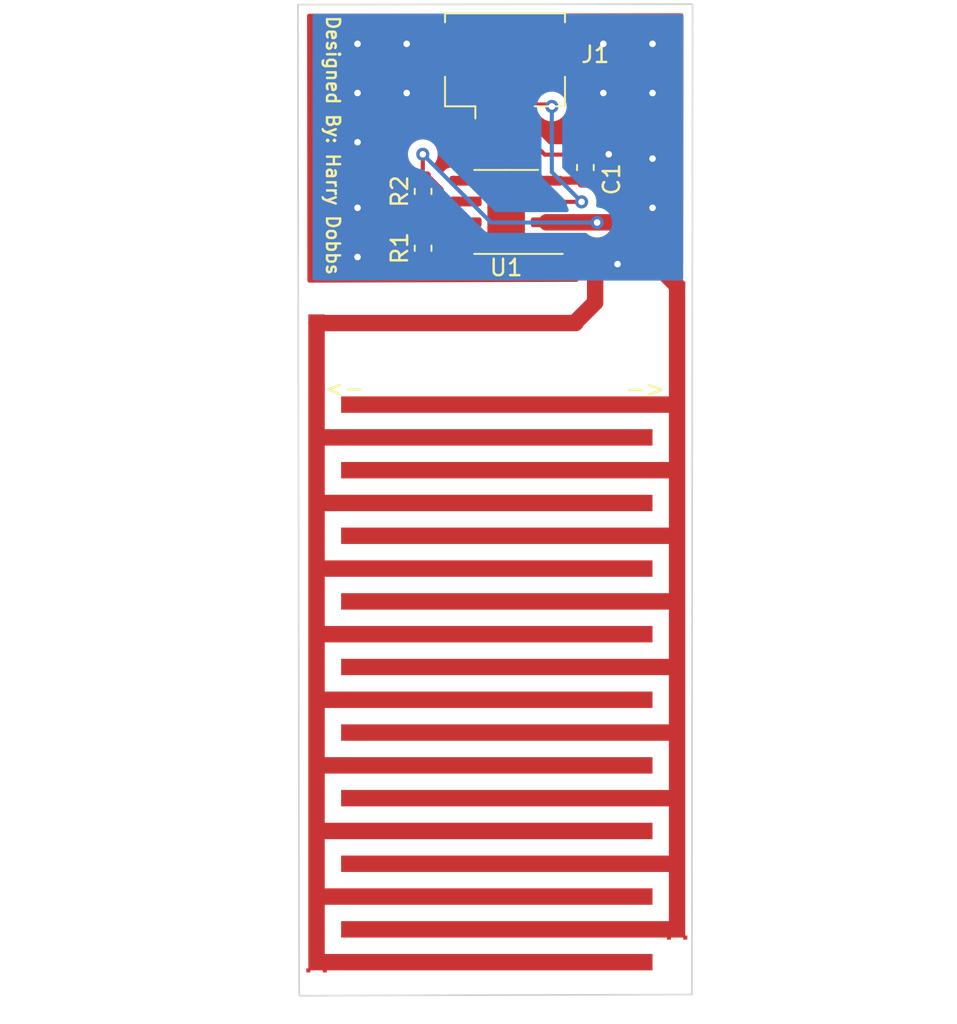
<source format=kicad_pcb>
(kicad_pcb (version 20171130) (host pcbnew 5.1.5-52549c5~86~ubuntu18.04.1)

  (general
    (thickness 1.6)
    (drawings 9)
    (tracks 62)
    (zones 0)
    (modules 7)
    (nets 7)
  )

  (page A4)
  (layers
    (0 F.Cu signal)
    (31 B.Cu signal)
    (32 B.Adhes user)
    (33 F.Adhes user)
    (34 B.Paste user)
    (35 F.Paste user)
    (36 B.SilkS user)
    (37 F.SilkS user)
    (38 B.Mask user)
    (39 F.Mask user)
    (40 Dwgs.User user)
    (41 Cmts.User user)
    (42 Eco1.User user)
    (43 Eco2.User user)
    (44 Edge.Cuts user)
    (45 Margin user)
    (46 B.CrtYd user)
    (47 F.CrtYd user)
    (48 B.Fab user)
    (49 F.Fab user)
  )

  (setup
    (last_trace_width 1)
    (user_trace_width 0.25)
    (user_trace_width 1)
    (trace_clearance 0.2)
    (zone_clearance 0.508)
    (zone_45_only no)
    (trace_min 0.2)
    (via_size 0.8)
    (via_drill 0.4)
    (via_min_size 0.4)
    (via_min_drill 0.3)
    (uvia_size 0.3)
    (uvia_drill 0.1)
    (uvias_allowed no)
    (uvia_min_size 0.2)
    (uvia_min_drill 0.1)
    (edge_width 0.05)
    (segment_width 0.2)
    (pcb_text_width 0.3)
    (pcb_text_size 1.5 1.5)
    (mod_edge_width 0.12)
    (mod_text_size 1 1)
    (mod_text_width 0.15)
    (pad_size 1.524 1.524)
    (pad_drill 0.762)
    (pad_to_mask_clearance 0.051)
    (solder_mask_min_width 0.25)
    (aux_axis_origin 0 0)
    (visible_elements FFFFEF7F)
    (pcbplotparams
      (layerselection 0x010fc_ffffffff)
      (usegerberextensions false)
      (usegerberattributes false)
      (usegerberadvancedattributes false)
      (creategerberjobfile false)
      (excludeedgelayer true)
      (linewidth 0.100000)
      (plotframeref false)
      (viasonmask false)
      (mode 1)
      (useauxorigin false)
      (hpglpennumber 1)
      (hpglpenspeed 20)
      (hpglpendiameter 15.000000)
      (psnegative false)
      (psa4output false)
      (plotreference true)
      (plotvalue true)
      (plotinvisibletext false)
      (padsonsilk false)
      (subtractmaskfromsilk false)
      (outputformat 1)
      (mirror false)
      (drillshape 1)
      (scaleselection 1)
      (outputdirectory ""))
  )

  (net 0 "")
  (net 1 C-)
  (net 2 +3V3)
  (net 3 555_Output)
  (net 4 "Net-(R1-Pad2)")
  (net 5 C+)
  (net 6 "Net-(U1-Pad5)")

  (net_class Default "This is the default net class."
    (clearance 0.2)
    (trace_width 0.25)
    (via_dia 0.8)
    (via_drill 0.4)
    (uvia_dia 0.3)
    (uvia_drill 0.1)
    (add_net +3V3)
    (add_net 555_Output)
    (add_net C+)
    (add_net C-)
    (add_net "Net-(R1-Pad2)")
    (add_net "Net-(U1-Pad5)")
  )

  (module muwave_polygon (layer F.Cu) (tedit 5FAA161C) (tstamp 5FAA2582)
    (at 160.5 141.5 180)
    (fp_text reference REF** (at 3.5 -2) (layer F.SilkS) hide
      (effects (font (size 1 1) (thickness 0.15)))
    )
    (fp_text value muwave_polygon (at -10.78744 -4.41792) (layer F.Fab)
      (effects (font (size 1 1) (thickness 0.15)))
    )
    (fp_poly (pts (xy -0.5 0) (xy 20.5 0) (xy 20.5 1) (xy 0.5 1)
      (xy 0.5 4) (xy 20.5 4) (xy 20.5 5) (xy 0.5 5)
      (xy 0.5 8) (xy 20.5 8) (xy 20.5 9) (xy 0.5 9)
      (xy 0.5 12) (xy 20.5 12) (xy 20.5 13) (xy 0.5 13)
      (xy 0.5 16) (xy 20.5 16) (xy 20.5 17) (xy 0.5 17)
      (xy 0.5 20) (xy 20.5 20) (xy 20.5 21) (xy 0.5 21)
      (xy 0.5 24) (xy 20.5 24) (xy 20.5 25) (xy 0.5 25)
      (xy 0.5 28) (xy 20.5 28) (xy 20.5 29) (xy 0.5 29)
      (xy 0.5 32) (xy 20.5 32) (xy 20.5 33) (xy 0.5 33)
      (xy 0.5 40) (xy -0.5 40) (xy -0.5 0)) (layer F.Cu) (width 0))
    (pad 2 smd rect (at -0.5 0 180) (size 0.25 0.25) (layers F.Cu))
    (pad 1 smd rect (at 0.5 0 180) (size 0.25 0.25) (layers F.Cu))
  )

  (module muwave_polygon (layer F.Cu) (tedit 5FAA1612) (tstamp 5FAA2862)
    (at 138.5 143.5)
    (fp_text reference REF** (at 0 0.5) (layer F.SilkS) hide
      (effects (font (size 1 1) (thickness 0.15)))
    )
    (fp_text value muwave_polygon (at -13 -1.5) (layer F.Fab)
      (effects (font (size 1 1) (thickness 0.15)))
    )
    (fp_poly (pts (xy -0.5 0) (xy 20.5 0) (xy 20.5 -1) (xy 0.5 -1)
      (xy 0.5 -4) (xy 20.5 -4) (xy 20.5 -5) (xy 0.5 -5)
      (xy 0.5 -8) (xy 20.5 -8) (xy 20.5 -9) (xy 0.5 -9)
      (xy 0.5 -12) (xy 20.5 -12) (xy 20.5 -13) (xy 0.5 -13)
      (xy 0.5 -16) (xy 20.5 -16) (xy 20.5 -17) (xy 0.5 -17)
      (xy 0.5 -20) (xy 20.5 -20) (xy 20.5 -21) (xy 0.5 -21)
      (xy 0.5 -24) (xy 20.5 -24) (xy 20.5 -25) (xy 0.5 -25)
      (xy 0.5 -28) (xy 20.5 -28) (xy 20.5 -29) (xy 0.5 -29)
      (xy 0.5 -32) (xy 20.5 -32) (xy 20.5 -33) (xy 0.5 -33)
      (xy 0.5 -40) (xy -0.5 -40) (xy -0.5 0)) (layer F.Cu) (width 0))
    (pad 2 smd rect (at -0.5 0) (size 0.25 0.25) (layers F.Cu))
    (pad 1 smd rect (at 0.5 0) (size 0.25 0.25) (layers F.Cu))
  )

  (module Package_SO:SOIC-8-1EP_3.9x4.9mm_P1.27mm_EP2.29x3mm (layer F.Cu) (tedit 5C56E16F) (tstamp 5FAA2E78)
    (at 150.07 97.25 180)
    (descr "SOIC, 8 Pin (https://www.analog.com/media/en/technical-documentation/data-sheets/ada4898-1_4898-2.pdf#page=29), generated with kicad-footprint-generator ipc_gullwing_generator.py")
    (tags "SOIC SO")
    (path /5FA921E9)
    (attr smd)
    (fp_text reference U1 (at 0 -3.4) (layer F.SilkS)
      (effects (font (size 1 1) (thickness 0.15)))
    )
    (fp_text value TLC555 (at 0 3.25) (layer F.Fab)
      (effects (font (size 1 1) (thickness 0.15)))
    )
    (fp_text user %R (at 0.57 -3.75) (layer F.Fab)
      (effects (font (size 0.98 0.98) (thickness 0.15)))
    )
    (fp_line (start 3.7 -2.7) (end -3.7 -2.7) (layer F.CrtYd) (width 0.05))
    (fp_line (start 3.7 2.7) (end 3.7 -2.7) (layer F.CrtYd) (width 0.05))
    (fp_line (start -3.7 2.7) (end 3.7 2.7) (layer F.CrtYd) (width 0.05))
    (fp_line (start -3.7 -2.7) (end -3.7 2.7) (layer F.CrtYd) (width 0.05))
    (fp_line (start -1.95 -1.475) (end -0.975 -2.45) (layer F.Fab) (width 0.1))
    (fp_line (start -1.95 2.45) (end -1.95 -1.475) (layer F.Fab) (width 0.1))
    (fp_line (start 1.95 2.45) (end -1.95 2.45) (layer F.Fab) (width 0.1))
    (fp_line (start 1.95 -2.45) (end 1.95 2.45) (layer F.Fab) (width 0.1))
    (fp_line (start -0.975 -2.45) (end 1.95 -2.45) (layer F.Fab) (width 0.1))
    (fp_line (start 0 -2.56) (end -3.45 -2.56) (layer F.SilkS) (width 0.12))
    (fp_line (start 0 -2.56) (end 1.95 -2.56) (layer F.SilkS) (width 0.12))
    (fp_line (start 0 2.56) (end -1.95 2.56) (layer F.SilkS) (width 0.12))
    (fp_line (start 0 2.56) (end 1.95 2.56) (layer F.SilkS) (width 0.12))
    (pad 8 smd roundrect (at 2.475 -1.905 180) (size 1.95 0.6) (layers F.Cu F.Paste F.Mask) (roundrect_rratio 0.25)
      (net 2 +3V3))
    (pad 7 smd roundrect (at 2.475 -0.635 180) (size 1.95 0.6) (layers F.Cu F.Paste F.Mask) (roundrect_rratio 0.25)
      (net 4 "Net-(R1-Pad2)"))
    (pad 6 smd roundrect (at 2.475 0.635 180) (size 1.95 0.6) (layers F.Cu F.Paste F.Mask) (roundrect_rratio 0.25)
      (net 5 C+))
    (pad 5 smd roundrect (at 2.475 1.905 180) (size 1.95 0.6) (layers F.Cu F.Paste F.Mask) (roundrect_rratio 0.25)
      (net 6 "Net-(U1-Pad5)"))
    (pad 4 smd roundrect (at -2.475 1.905 180) (size 1.95 0.6) (layers F.Cu F.Paste F.Mask) (roundrect_rratio 0.25)
      (net 2 +3V3))
    (pad 3 smd roundrect (at -2.475 0.635 180) (size 1.95 0.6) (layers F.Cu F.Paste F.Mask) (roundrect_rratio 0.25)
      (net 3 555_Output))
    (pad 2 smd roundrect (at -2.475 -0.635 180) (size 1.95 0.6) (layers F.Cu F.Paste F.Mask) (roundrect_rratio 0.25)
      (net 5 C+))
    (pad 1 smd roundrect (at -2.475 -1.905 180) (size 1.95 0.6) (layers F.Cu F.Paste F.Mask) (roundrect_rratio 0.25)
      (net 1 C-))
    (pad "" smd roundrect (at 0.57 0.75 180) (size 0.92 1.21) (layers F.Paste) (roundrect_rratio 0.25))
    (pad "" smd roundrect (at 0.57 -0.75 180) (size 0.92 1.21) (layers F.Paste) (roundrect_rratio 0.25))
    (pad "" smd roundrect (at -0.57 0.75 180) (size 0.92 1.21) (layers F.Paste) (roundrect_rratio 0.25))
    (pad "" smd roundrect (at -0.57 -0.75 180) (size 0.92 1.21) (layers F.Paste) (roundrect_rratio 0.25))
    (pad 9 smd roundrect (at 0 0 180) (size 2.29 3) (layers F.Cu F.Mask) (roundrect_rratio 0.10917))
    (model ${KISYS3DMOD}/Package_SO.3dshapes/SOIC-8-1EP_3.9x4.9mm_P1.27mm_EP2.29x3mm.wrl
      (at (xyz 0 0 0))
      (scale (xyz 1 1 1))
      (rotate (xyz 0 0 0))
    )
  )

  (module Resistor_SMD:R_0603_1608Metric (layer F.Cu) (tedit 5B301BBD) (tstamp 5FA97353)
    (at 145 96 90)
    (descr "Resistor SMD 0603 (1608 Metric), square (rectangular) end terminal, IPC_7351 nominal, (Body size source: http://www.tortai-tech.com/upload/download/2011102023233369053.pdf), generated with kicad-footprint-generator")
    (tags resistor)
    (path /5FAA3E43)
    (attr smd)
    (fp_text reference R2 (at 0 -1.43 90) (layer F.SilkS)
      (effects (font (size 1 1) (thickness 0.15)))
    )
    (fp_text value R (at -0.75 -1.25 180) (layer F.Fab)
      (effects (font (size 1 1) (thickness 0.15)))
    )
    (fp_text user %R (at -1.25 -1.25 90) (layer F.Fab)
      (effects (font (size 0.4 0.4) (thickness 0.06)))
    )
    (fp_line (start 1.48 0.73) (end -1.48 0.73) (layer F.CrtYd) (width 0.05))
    (fp_line (start 1.48 -0.73) (end 1.48 0.73) (layer F.CrtYd) (width 0.05))
    (fp_line (start -1.48 -0.73) (end 1.48 -0.73) (layer F.CrtYd) (width 0.05))
    (fp_line (start -1.48 0.73) (end -1.48 -0.73) (layer F.CrtYd) (width 0.05))
    (fp_line (start -0.162779 0.51) (end 0.162779 0.51) (layer F.SilkS) (width 0.12))
    (fp_line (start -0.162779 -0.51) (end 0.162779 -0.51) (layer F.SilkS) (width 0.12))
    (fp_line (start 0.8 0.4) (end -0.8 0.4) (layer F.Fab) (width 0.1))
    (fp_line (start 0.8 -0.4) (end 0.8 0.4) (layer F.Fab) (width 0.1))
    (fp_line (start -0.8 -0.4) (end 0.8 -0.4) (layer F.Fab) (width 0.1))
    (fp_line (start -0.8 0.4) (end -0.8 -0.4) (layer F.Fab) (width 0.1))
    (pad 2 smd roundrect (at 0.7875 0 90) (size 0.875 0.95) (layers F.Cu F.Paste F.Mask) (roundrect_rratio 0.25)
      (net 5 C+))
    (pad 1 smd roundrect (at -0.7875 0 90) (size 0.875 0.95) (layers F.Cu F.Paste F.Mask) (roundrect_rratio 0.25)
      (net 4 "Net-(R1-Pad2)"))
    (model ${KISYS3DMOD}/Resistor_SMD.3dshapes/R_0603_1608Metric.wrl
      (at (xyz 0 0 0))
      (scale (xyz 1 1 1))
      (rotate (xyz 0 0 0))
    )
  )

  (module Resistor_SMD:R_0603_1608Metric (layer F.Cu) (tedit 5B301BBD) (tstamp 5FAA237A)
    (at 145 99.4625 90)
    (descr "Resistor SMD 0603 (1608 Metric), square (rectangular) end terminal, IPC_7351 nominal, (Body size source: http://www.tortai-tech.com/upload/download/2011102023233369053.pdf), generated with kicad-footprint-generator")
    (tags resistor)
    (path /5FA9575E)
    (attr smd)
    (fp_text reference R1 (at 0 -1.43 90) (layer F.SilkS)
      (effects (font (size 1 1) (thickness 0.15)))
    )
    (fp_text value R (at -0.7875 -1.25) (layer F.Fab)
      (effects (font (size 1 1) (thickness 0.15)))
    )
    (fp_text user %R (at 0 0 90) (layer F.Fab)
      (effects (font (size 0.4 0.4) (thickness 0.06)))
    )
    (fp_line (start 1.48 0.73) (end -1.48 0.73) (layer F.CrtYd) (width 0.05))
    (fp_line (start 1.48 -0.73) (end 1.48 0.73) (layer F.CrtYd) (width 0.05))
    (fp_line (start -1.48 -0.73) (end 1.48 -0.73) (layer F.CrtYd) (width 0.05))
    (fp_line (start -1.48 0.73) (end -1.48 -0.73) (layer F.CrtYd) (width 0.05))
    (fp_line (start -0.162779 0.51) (end 0.162779 0.51) (layer F.SilkS) (width 0.12))
    (fp_line (start -0.162779 -0.51) (end 0.162779 -0.51) (layer F.SilkS) (width 0.12))
    (fp_line (start 0.8 0.4) (end -0.8 0.4) (layer F.Fab) (width 0.1))
    (fp_line (start 0.8 -0.4) (end 0.8 0.4) (layer F.Fab) (width 0.1))
    (fp_line (start -0.8 -0.4) (end 0.8 -0.4) (layer F.Fab) (width 0.1))
    (fp_line (start -0.8 0.4) (end -0.8 -0.4) (layer F.Fab) (width 0.1))
    (pad 2 smd roundrect (at 0.7875 0 90) (size 0.875 0.95) (layers F.Cu F.Paste F.Mask) (roundrect_rratio 0.25)
      (net 4 "Net-(R1-Pad2)"))
    (pad 1 smd roundrect (at -0.7875 0 90) (size 0.875 0.95) (layers F.Cu F.Paste F.Mask) (roundrect_rratio 0.25)
      (net 2 +3V3))
    (model ${KISYS3DMOD}/Resistor_SMD.3dshapes/R_0603_1608Metric.wrl
      (at (xyz 0 0 0))
      (scale (xyz 1 1 1))
      (rotate (xyz 0 0 0))
    )
  )

  (module Connector_Molex:Molex_CLIK-Mate_502382-0370_1x03-1MP_P1.25mm_Vertical (layer F.Cu) (tedit 5B78AD89) (tstamp 5FAA302A)
    (at 150 88.75)
    (descr "Molex CLIK-Mate series connector, 502382-0370 (http://www.molex.com/pdm_docs/sd/5023820270_sd.pdf), generated with kicad-footprint-generator")
    (tags "connector Molex CLIK-Mate side entry")
    (path /5FAC5899)
    (attr smd)
    (fp_text reference J1 (at 5.50896 -1.09968) (layer F.SilkS)
      (effects (font (size 1 1) (thickness 0.15)))
    )
    (fp_text value Conn_01x03 (at -5 0.25 270) (layer F.Fab)
      (effects (font (size 1 1) (thickness 0.15)))
    )
    (fp_text user %R (at 4.75 2 90) (layer F.Fab)
      (effects (font (size 1 1) (thickness 0.15)))
    )
    (fp_line (start -1.25 1.242893) (end -0.75 1.95) (layer F.Fab) (width 0.1))
    (fp_line (start -1.75 1.95) (end -1.25 1.242893) (layer F.Fab) (width 0.1))
    (fp_line (start 4.1 -4) (end -4.1 -4) (layer F.CrtYd) (width 0.05))
    (fp_line (start 4.1 3.3) (end 4.1 -4) (layer F.CrtYd) (width 0.05))
    (fp_line (start -4.1 3.3) (end 4.1 3.3) (layer F.CrtYd) (width 0.05))
    (fp_line (start -4.1 -4) (end -4.1 3.3) (layer F.CrtYd) (width 0.05))
    (fp_line (start 3.55 1.95) (end 3.55 -3.5) (layer F.Fab) (width 0.1))
    (fp_line (start -3.55 1.95) (end -3.55 -3.5) (layer F.Fab) (width 0.1))
    (fp_line (start -3.55 -3.5) (end 3.55 -3.5) (layer F.Fab) (width 0.1))
    (fp_line (start 3.66 -3.61) (end 3.66 -3.06) (layer F.SilkS) (width 0.12))
    (fp_line (start -3.66 -3.61) (end 3.66 -3.61) (layer F.SilkS) (width 0.12))
    (fp_line (start -3.66 -3.06) (end -3.66 -3.61) (layer F.SilkS) (width 0.12))
    (fp_line (start 3.66 2.06) (end 1.81 2.06) (layer F.SilkS) (width 0.12))
    (fp_line (start 3.66 0.26) (end 3.66 2.06) (layer F.SilkS) (width 0.12))
    (fp_line (start -1.81 2.06) (end -1.81 2.8) (layer F.SilkS) (width 0.12))
    (fp_line (start -3.66 2.06) (end -1.81 2.06) (layer F.SilkS) (width 0.12))
    (fp_line (start -3.66 0.26) (end -3.66 2.06) (layer F.SilkS) (width 0.12))
    (fp_line (start -3.55 1.95) (end 3.55 1.95) (layer F.Fab) (width 0.1))
    (pad MP smd roundrect (at 3.1 -1.4) (size 1 2.8) (layers F.Cu F.Paste F.Mask) (roundrect_rratio 0.25))
    (pad MP smd roundrect (at -3.1 -1.4) (size 1 2.8) (layers F.Cu F.Paste F.Mask) (roundrect_rratio 0.25))
    (pad 3 smd roundrect (at 1.25 1.95) (size 0.6 1.7) (layers F.Cu F.Paste F.Mask) (roundrect_rratio 0.25)
      (net 3 555_Output))
    (pad 2 smd roundrect (at 0 1.95) (size 0.6 1.7) (layers F.Cu F.Paste F.Mask) (roundrect_rratio 0.25)
      (net 1 C-))
    (pad 1 smd roundrect (at -1.25 1.95) (size 0.6 1.7) (layers F.Cu F.Paste F.Mask) (roundrect_rratio 0.25)
      (net 2 +3V3))
    (model ${KISYS3DMOD}/Connector_Molex.3dshapes/Molex_CLIK-Mate_502382-0370_1x03-1MP_P1.25mm_Vertical.wrl
      (at (xyz 0 0 0))
      (scale (xyz 1 1 1))
      (rotate (xyz 0 0 0))
    )
  )

  (module Capacitor_SMD:C_0603_1608Metric (layer F.Cu) (tedit 5B301BBE) (tstamp 5FAA2F64)
    (at 154.90444 94.54378 90)
    (descr "Capacitor SMD 0603 (1608 Metric), square (rectangular) end terminal, IPC_7351 nominal, (Body size source: http://www.tortai-tech.com/upload/download/2011102023233369053.pdf), generated with kicad-footprint-generator")
    (tags capacitor)
    (path /5FAAB15B)
    (attr smd)
    (fp_text reference C1 (at -0.71638 1.6002 90) (layer F.SilkS)
      (effects (font (size 1 1) (thickness 0.15)))
    )
    (fp_text value C (at 2 0 90) (layer F.Fab)
      (effects (font (size 1 1) (thickness 0.15)))
    )
    (fp_line (start -0.8 0.4) (end -0.8 -0.4) (layer F.Fab) (width 0.1))
    (fp_line (start -0.8 -0.4) (end 0.8 -0.4) (layer F.Fab) (width 0.1))
    (fp_line (start 0.8 -0.4) (end 0.8 0.4) (layer F.Fab) (width 0.1))
    (fp_line (start 0.8 0.4) (end -0.8 0.4) (layer F.Fab) (width 0.1))
    (fp_line (start -0.162779 -0.51) (end 0.162779 -0.51) (layer F.SilkS) (width 0.12))
    (fp_line (start -0.162779 0.51) (end 0.162779 0.51) (layer F.SilkS) (width 0.12))
    (fp_line (start -1.48 0.73) (end -1.48 -0.73) (layer F.CrtYd) (width 0.05))
    (fp_line (start -1.48 -0.73) (end 1.48 -0.73) (layer F.CrtYd) (width 0.05))
    (fp_line (start 1.48 -0.73) (end 1.48 0.73) (layer F.CrtYd) (width 0.05))
    (fp_line (start 1.48 0.73) (end -1.48 0.73) (layer F.CrtYd) (width 0.05))
    (fp_text user %R (at 0.5 -1 90) (layer F.Fab)
      (effects (font (size 0.4 0.4) (thickness 0.06)))
    )
    (pad 1 smd roundrect (at -0.7875 0 90) (size 0.875 0.95) (layers F.Cu F.Paste F.Mask) (roundrect_rratio 0.25)
      (net 2 +3V3))
    (pad 2 smd roundrect (at 0.7875 0 90) (size 0.875 0.95) (layers F.Cu F.Paste F.Mask) (roundrect_rratio 0.25)
      (net 1 C-))
    (model ${KISYS3DMOD}/Capacitor_SMD.3dshapes/C_0603_1608Metric.wrl
      (at (xyz 0 0 0))
      (scale (xyz 1 1 1))
      (rotate (xyz 0 0 0))
    )
  )

  (gr_text -> (at 140.18768 108.1532 180) (layer F.SilkS) (tstamp 5FAA3EC3)
    (effects (font (size 1 1) (thickness 0.15)))
  )
  (gr_text -> (at 158.56204 108.0262) (layer F.SilkS)
    (effects (font (size 1 1) (thickness 0.15)))
  )
  (gr_text "Designed By: Harry Dobbs " (at 139.5 93.5 270) (layer F.SilkS) (tstamp 5FAA5280)
    (effects (font (size 0.8 0.8) (thickness 0.15)))
  )
  (gr_line (start 137.44448 145.04416) (end 137.43432 143.62176) (layer Edge.Cuts) (width 0.1))
  (gr_line (start 161.40176 144.97304) (end 137.44448 145.04416) (layer Edge.Cuts) (width 0.1))
  (gr_line (start 161.4424 84.582) (end 161.40176 144.97304) (layer Edge.Cuts) (width 0.1))
  (gr_line (start 137.3632 84.6074) (end 161.4424 84.582) (layer Edge.Cuts) (width 0.1))
  (gr_line (start 137.43432 143.59128) (end 137.3632 84.6074) (layer Edge.Cuts) (width 0.1))
  (gr_line (start 137.43432 143.62176) (end 137.43432 143.59128) (layer Edge.Cuts) (width 0.1))

  (segment (start 152.5375 99.1625) (end 152.545 99.155) (width 0.25) (layer F.Cu) (net 1))
  (segment (start 152.545 99.155) (end 154.905 99.155) (width 1) (layer F.Cu) (net 1))
  (segment (start 154.905 99.155) (end 155.5 99.75) (width 1) (layer F.Cu) (net 1))
  (segment (start 155.5 101.5) (end 155.5 102.77228) (width 1) (layer F.Cu) (net 1))
  (segment (start 154.29992 104.02824) (end 138.49096 104.02824) (width 1) (layer F.Cu) (net 1))
  (segment (start 155.5 102.77228) (end 154.31516 103.95712) (width 1) (layer F.Cu) (net 1))
  (segment (start 154.89072 95.345) (end 154.90444 95.33128) (width 0.25) (layer F.Cu) (net 2))
  (via (at 156.32684 93.73616) (size 0.8) (drill 0.4) (layers F.Cu B.Cu) (net 1))
  (segment (start 154.92456 93.73616) (end 154.90444 93.75628) (width 0.25) (layer F.Cu) (net 1))
  (segment (start 156.32684 93.73616) (end 154.92456 93.73616) (width 0.25) (layer F.Cu) (net 1))
  (segment (start 150 90.7) (end 150 91.33048) (width 0.25) (layer F.Cu) (net 1))
  (segment (start 152.4258 93.75628) (end 154.90444 93.75628) (width 0.25) (layer F.Cu) (net 1))
  (segment (start 150 91.33048) (end 152.4258 93.75628) (width 0.25) (layer F.Cu) (net 1))
  (via (at 156.86532 100.4316) (size 0.8) (drill 0.4) (layers F.Cu B.Cu) (net 1))
  (segment (start 156.299635 100.4316) (end 155.49372 100.4316) (width 0.25) (layer F.Cu) (net 1))
  (segment (start 156.86532 100.4316) (end 156.299635 100.4316) (width 0.25) (layer F.Cu) (net 1))
  (segment (start 155.49372 100.4316) (end 155.5 101.5) (width 1) (layer F.Cu) (net 1))
  (segment (start 155.5 99.75) (end 155.49372 100.4316) (width 1) (layer F.Cu) (net 1))
  (via (at 141 87) (size 0.8) (drill 0.4) (layers F.Cu B.Cu) (net 1))
  (via (at 141 90) (size 0.8) (drill 0.4) (layers F.Cu B.Cu) (net 1))
  (via (at 141 93) (size 0.8) (drill 0.4) (layers F.Cu B.Cu) (net 1))
  (via (at 141 97) (size 0.8) (drill 0.4) (layers F.Cu B.Cu) (net 1))
  (via (at 144 87) (size 0.8) (drill 0.4) (layers F.Cu B.Cu) (net 1))
  (via (at 144 90) (size 0.8) (drill 0.4) (layers F.Cu B.Cu) (net 1))
  (via (at 156 87) (size 0.8) (drill 0.4) (layers F.Cu B.Cu) (net 1))
  (via (at 159 87) (size 0.8) (drill 0.4) (layers F.Cu B.Cu) (net 1))
  (via (at 159 90) (size 0.8) (drill 0.4) (layers F.Cu B.Cu) (net 1))
  (via (at 156 90) (size 0.8) (drill 0.4) (layers F.Cu B.Cu) (net 1))
  (via (at 159 94) (size 0.8) (drill 0.4) (layers F.Cu B.Cu) (net 1))
  (via (at 159 97) (size 0.8) (drill 0.4) (layers F.Cu B.Cu) (net 1))
  (via (at 141 100) (size 0.8) (drill 0.4) (layers F.Cu B.Cu) (net 1))
  (via (at 152.8572 90.82024) (size 0.8) (drill 0.4) (layers F.Cu B.Cu) (net 3))
  (via (at 154.67076 96.63684) (size 0.8) (drill 0.4) (layers F.Cu B.Cu) (net 3))
  (segment (start 152.56684 96.63684) (end 152.545 96.615) (width 0.25) (layer F.Cu) (net 3))
  (segment (start 154.67076 96.63684) (end 152.56684 96.63684) (width 0.25) (layer F.Cu) (net 3))
  (segment (start 152.73696 90.7) (end 152.8572 90.82024) (width 0.25) (layer F.Cu) (net 3))
  (segment (start 151.25 90.7) (end 152.73696 90.7) (width 0.25) (layer F.Cu) (net 3))
  (segment (start 152.8572 94.82328) (end 154.67076 96.63684) (width 0.25) (layer B.Cu) (net 3))
  (segment (start 152.8572 90.82024) (end 152.8572 94.82328) (width 0.25) (layer B.Cu) (net 3))
  (segment (start 146.62 97.885) (end 147.595 97.885) (width 0.25) (layer F.Cu) (net 4))
  (segment (start 145 98.2375) (end 145.3525 97.885) (width 0.25) (layer F.Cu) (net 4))
  (segment (start 145.3525 97.885) (end 146.62 97.885) (width 0.25) (layer F.Cu) (net 4))
  (segment (start 145 98.675) (end 145 98.2375) (width 0.25) (layer F.Cu) (net 4))
  (segment (start 145 97.225) (end 145.3525 97.5775) (width 0.25) (layer F.Cu) (net 4))
  (segment (start 145.3525 97.5775) (end 145.3525 97.885) (width 0.25) (layer F.Cu) (net 4))
  (segment (start 145 96.7875) (end 145 97.225) (width 0.25) (layer F.Cu) (net 4))
  (segment (start 152.545 97.885) (end 153.52 97.885) (width 0.25) (layer F.Cu) (net 5))
  (segment (start 152.545 97.885) (end 152.545 97.885) (width 1) (layer F.Cu) (net 5))
  (segment (start 156.635 97.885) (end 160.5 101.75) (width 1) (layer F.Cu) (net 5))
  (segment (start 145.475 95.2125) (end 146.13128 95.86878) (width 0.25) (layer F.Cu) (net 5))
  (segment (start 145 95.2125) (end 145.475 95.2125) (width 0.25) (layer F.Cu) (net 5))
  (segment (start 146.13128 95.86878) (end 146.13128 96.37268) (width 0.25) (layer F.Cu) (net 5))
  (segment (start 146.3736 96.615) (end 147.595 96.615) (width 0.25) (layer F.Cu) (net 5))
  (segment (start 146.13128 96.37268) (end 146.3736 96.615) (width 0.25) (layer F.Cu) (net 5))
  (segment (start 147.595 96.615) (end 147.595 96.615) (width 0.25) (layer F.Cu) (net 5) (tstamp 5FAA34ED))
  (via (at 144.9832 93.73616) (size 0.8) (drill 0.4) (layers F.Cu B.Cu) (net 5))
  (segment (start 152.545 97.885) (end 156.635 97.885) (width 1) (layer F.Cu) (net 5) (tstamp 5FAA34EF))
  (via (at 155.62072 97.89668) (size 0.8) (drill 0.4) (layers F.Cu B.Cu) (net 5))
  (segment (start 144.9832 95.1957) (end 145 95.2125) (width 0.25) (layer F.Cu) (net 5))
  (segment (start 144.9832 93.73616) (end 144.9832 95.1957) (width 0.25) (layer F.Cu) (net 5))
  (segment (start 149.14372 97.89668) (end 144.9832 93.73616) (width 0.25) (layer B.Cu) (net 5))
  (segment (start 155.62072 97.89668) (end 149.14372 97.89668) (width 0.25) (layer B.Cu) (net 5))

  (zone (net 1) (net_name C-) (layer B.Cu) (tstamp 5FAA53C0) (hatch edge 0.508)
    (connect_pads (clearance 0.508))
    (min_thickness 0.254)
    (fill yes (arc_segments 32) (thermal_gap 0.508) (thermal_bridge_width 0.508))
    (polygon
      (pts
        (xy 160.91916 85.18652) (xy 160.91916 101.43744) (xy 138.2522 101.43236) (xy 138.25728 85.17636) (xy 138.2522 85.1408)
      )
    )
    (filled_polygon
      (pts
        (xy 160.756908 85.313193) (xy 160.746143 101.310402) (xy 138.37924 101.305388) (xy 138.381637 93.634221) (xy 143.9482 93.634221)
        (xy 143.9482 93.838099) (xy 143.987974 94.038058) (xy 144.065995 94.226416) (xy 144.179263 94.395934) (xy 144.323426 94.540097)
        (xy 144.492944 94.653365) (xy 144.681302 94.731386) (xy 144.881261 94.77116) (xy 144.943399 94.77116) (xy 148.579921 98.407683)
        (xy 148.603719 98.436681) (xy 148.719444 98.531654) (xy 148.851473 98.602226) (xy 148.994734 98.645683) (xy 149.106387 98.65668)
        (xy 149.106397 98.65668) (xy 149.14372 98.660356) (xy 149.181043 98.65668) (xy 154.917009 98.65668) (xy 154.960946 98.700617)
        (xy 155.130464 98.813885) (xy 155.318822 98.891906) (xy 155.518781 98.93168) (xy 155.722659 98.93168) (xy 155.922618 98.891906)
        (xy 156.110976 98.813885) (xy 156.280494 98.700617) (xy 156.424657 98.556454) (xy 156.537925 98.386936) (xy 156.615946 98.198578)
        (xy 156.65572 97.998619) (xy 156.65572 97.794741) (xy 156.615946 97.594782) (xy 156.537925 97.406424) (xy 156.424657 97.236906)
        (xy 156.280494 97.092743) (xy 156.110976 96.979475) (xy 155.922618 96.901454) (xy 155.722659 96.86168) (xy 155.681314 96.86168)
        (xy 155.70576 96.738779) (xy 155.70576 96.534901) (xy 155.665986 96.334942) (xy 155.587965 96.146584) (xy 155.474697 95.977066)
        (xy 155.330534 95.832903) (xy 155.161016 95.719635) (xy 154.972658 95.641614) (xy 154.772699 95.60184) (xy 154.710562 95.60184)
        (xy 153.6172 94.508479) (xy 153.6172 91.523951) (xy 153.661137 91.480014) (xy 153.774405 91.310496) (xy 153.852426 91.122138)
        (xy 153.8922 90.922179) (xy 153.8922 90.718301) (xy 153.852426 90.518342) (xy 153.774405 90.329984) (xy 153.661137 90.160466)
        (xy 153.516974 90.016303) (xy 153.347456 89.903035) (xy 153.159098 89.825014) (xy 152.959139 89.78524) (xy 152.755261 89.78524)
        (xy 152.555302 89.825014) (xy 152.366944 89.903035) (xy 152.197426 90.016303) (xy 152.053263 90.160466) (xy 151.939995 90.329984)
        (xy 151.861974 90.518342) (xy 151.8222 90.718301) (xy 151.8222 90.922179) (xy 151.861974 91.122138) (xy 151.939995 91.310496)
        (xy 152.053263 91.480014) (xy 152.0972 91.523951) (xy 152.097201 94.785948) (xy 152.093524 94.82328) (xy 152.108198 94.972265)
        (xy 152.151654 95.115526) (xy 152.222226 95.247556) (xy 152.293401 95.334282) (xy 152.3172 95.363281) (xy 152.346198 95.387079)
        (xy 153.63576 96.676642) (xy 153.63576 96.738779) (xy 153.675534 96.938738) (xy 153.753555 97.127096) (xy 153.759959 97.13668)
        (xy 149.458522 97.13668) (xy 146.0182 93.696359) (xy 146.0182 93.634221) (xy 145.978426 93.434262) (xy 145.900405 93.245904)
        (xy 145.787137 93.076386) (xy 145.642974 92.932223) (xy 145.473456 92.818955) (xy 145.285098 92.740934) (xy 145.085139 92.70116)
        (xy 144.881261 92.70116) (xy 144.681302 92.740934) (xy 144.492944 92.818955) (xy 144.323426 92.932223) (xy 144.179263 93.076386)
        (xy 144.065995 93.245904) (xy 143.987974 93.434262) (xy 143.9482 93.634221) (xy 138.381637 93.634221) (xy 138.384244 85.291323)
        (xy 145.95493 85.283337)
      )
    )
  )
  (zone (net 2) (net_name +3V3) (layer F.Cu) (tstamp 5FAA53BD) (hatch edge 0.508)
    (connect_pads (clearance 0.508))
    (min_thickness 0.254)
    (fill yes (arc_segments 32) (thermal_gap 0.508) (thermal_bridge_width 0.508))
    (polygon
      (pts
        (xy 161.4424 101.49332) (xy 137.41908 101.56444) (xy 137.3632 84.61248) (xy 137.37336 84.6074) (xy 161.4424 84.60232)
      )
    )
    (filled_polygon
      (pts
        (xy 160.746761 100.391629) (xy 157.476996 97.121865) (xy 157.441449 97.078551) (xy 157.268623 96.936716) (xy 157.196305 96.898061)
        (xy 157.965 96.898061) (xy 157.965 97.101939) (xy 158.004774 97.301898) (xy 158.082795 97.490256) (xy 158.196063 97.659774)
        (xy 158.340226 97.803937) (xy 158.509744 97.917205) (xy 158.698102 97.995226) (xy 158.898061 98.035) (xy 159.101939 98.035)
        (xy 159.301898 97.995226) (xy 159.490256 97.917205) (xy 159.659774 97.803937) (xy 159.803937 97.659774) (xy 159.917205 97.490256)
        (xy 159.995226 97.301898) (xy 160.035 97.101939) (xy 160.035 96.898061) (xy 159.995226 96.698102) (xy 159.917205 96.509744)
        (xy 159.803937 96.340226) (xy 159.659774 96.196063) (xy 159.490256 96.082795) (xy 159.301898 96.004774) (xy 159.101939 95.965)
        (xy 158.898061 95.965) (xy 158.698102 96.004774) (xy 158.509744 96.082795) (xy 158.340226 96.196063) (xy 158.196063 96.340226)
        (xy 158.082795 96.509744) (xy 158.004774 96.698102) (xy 157.965 96.898061) (xy 157.196305 96.898061) (xy 157.071447 96.831324)
        (xy 156.857499 96.766423) (xy 156.690752 96.75) (xy 156.690751 96.75) (xy 156.635 96.744509) (xy 156.579249 96.75)
        (xy 155.703528 96.75) (xy 155.70576 96.738779) (xy 155.70576 96.534901) (xy 155.666111 96.33557) (xy 155.733934 96.299317)
        (xy 155.830625 96.219965) (xy 155.909977 96.123274) (xy 155.968942 96.01296) (xy 156.005252 95.893262) (xy 156.017512 95.76878)
        (xy 156.01444 95.61703) (xy 155.85569 95.45828) (xy 155.03144 95.45828) (xy 155.03144 95.47828) (xy 154.77744 95.47828)
        (xy 154.77744 95.45828) (xy 153.95319 95.45828) (xy 153.93947 95.472) (xy 152.672 95.472) (xy 152.672 95.492)
        (xy 152.418 95.492) (xy 152.418 95.472) (xy 152.398 95.472) (xy 152.398 95.218) (xy 152.418 95.218)
        (xy 152.418 95.198) (xy 152.672 95.198) (xy 152.672 95.218) (xy 153.99625 95.218) (xy 154.00997 95.20428)
        (xy 154.77744 95.20428) (xy 154.77744 95.18428) (xy 155.03144 95.18428) (xy 155.03144 95.20428) (xy 155.85569 95.20428)
        (xy 156.01444 95.04553) (xy 156.017512 94.89378) (xy 156.005252 94.769298) (xy 155.989269 94.71661) (xy 156.024942 94.731386)
        (xy 156.224901 94.77116) (xy 156.428779 94.77116) (xy 156.628738 94.731386) (xy 156.817096 94.653365) (xy 156.986614 94.540097)
        (xy 157.130777 94.395934) (xy 157.244045 94.226416) (xy 157.322066 94.038058) (xy 157.349912 93.898061) (xy 157.965 93.898061)
        (xy 157.965 94.101939) (xy 158.004774 94.301898) (xy 158.082795 94.490256) (xy 158.196063 94.659774) (xy 158.340226 94.803937)
        (xy 158.509744 94.917205) (xy 158.698102 94.995226) (xy 158.898061 95.035) (xy 159.101939 95.035) (xy 159.301898 94.995226)
        (xy 159.490256 94.917205) (xy 159.659774 94.803937) (xy 159.803937 94.659774) (xy 159.917205 94.490256) (xy 159.995226 94.301898)
        (xy 160.035 94.101939) (xy 160.035 93.898061) (xy 159.995226 93.698102) (xy 159.917205 93.509744) (xy 159.803937 93.340226)
        (xy 159.659774 93.196063) (xy 159.490256 93.082795) (xy 159.301898 93.004774) (xy 159.101939 92.965) (xy 158.898061 92.965)
        (xy 158.698102 93.004774) (xy 158.509744 93.082795) (xy 158.340226 93.196063) (xy 158.196063 93.340226) (xy 158.082795 93.509744)
        (xy 158.004774 93.698102) (xy 157.965 93.898061) (xy 157.349912 93.898061) (xy 157.36184 93.838099) (xy 157.36184 93.634221)
        (xy 157.322066 93.434262) (xy 157.244045 93.245904) (xy 157.130777 93.076386) (xy 156.986614 92.932223) (xy 156.817096 92.818955)
        (xy 156.628738 92.740934) (xy 156.428779 92.70116) (xy 156.224901 92.70116) (xy 156.024942 92.740934) (xy 155.836584 92.818955)
        (xy 155.72228 92.89533) (xy 155.636715 92.825109) (xy 155.488582 92.74593) (xy 155.327848 92.697172) (xy 155.16069 92.680708)
        (xy 154.64819 92.680708) (xy 154.481032 92.697172) (xy 154.320298 92.74593) (xy 154.172165 92.825109) (xy 154.042325 92.931665)
        (xy 153.989297 92.99628) (xy 152.740602 92.99628) (xy 151.812903 92.068581) (xy 151.837829 92.055258) (xy 151.957251 91.957251)
        (xy 152.055258 91.837829) (xy 152.128084 91.701582) (xy 152.162238 91.588989) (xy 152.197426 91.624177) (xy 152.366944 91.737445)
        (xy 152.555302 91.815466) (xy 152.755261 91.85524) (xy 152.959139 91.85524) (xy 153.159098 91.815466) (xy 153.347456 91.737445)
        (xy 153.516974 91.624177) (xy 153.661137 91.480014) (xy 153.774405 91.310496) (xy 153.852426 91.122138) (xy 153.8922 90.922179)
        (xy 153.8922 90.718301) (xy 153.852426 90.518342) (xy 153.774405 90.329984) (xy 153.661137 90.160466) (xy 153.516974 90.016303)
        (xy 153.347456 89.903035) (xy 153.335448 89.898061) (xy 154.965 89.898061) (xy 154.965 90.101939) (xy 155.004774 90.301898)
        (xy 155.082795 90.490256) (xy 155.196063 90.659774) (xy 155.340226 90.803937) (xy 155.509744 90.917205) (xy 155.698102 90.995226)
        (xy 155.898061 91.035) (xy 156.101939 91.035) (xy 156.301898 90.995226) (xy 156.490256 90.917205) (xy 156.659774 90.803937)
        (xy 156.803937 90.659774) (xy 156.917205 90.490256) (xy 156.995226 90.301898) (xy 157.035 90.101939) (xy 157.035 89.898061)
        (xy 157.965 89.898061) (xy 157.965 90.101939) (xy 158.004774 90.301898) (xy 158.082795 90.490256) (xy 158.196063 90.659774)
        (xy 158.340226 90.803937) (xy 158.509744 90.917205) (xy 158.698102 90.995226) (xy 158.898061 91.035) (xy 159.101939 91.035)
        (xy 159.301898 90.995226) (xy 159.490256 90.917205) (xy 159.659774 90.803937) (xy 159.803937 90.659774) (xy 159.917205 90.490256)
        (xy 159.995226 90.301898) (xy 160.035 90.101939) (xy 160.035 89.898061) (xy 159.995226 89.698102) (xy 159.917205 89.509744)
        (xy 159.803937 89.340226) (xy 159.659774 89.196063) (xy 159.490256 89.082795) (xy 159.301898 89.004774) (xy 159.101939 88.965)
        (xy 158.898061 88.965) (xy 158.698102 89.004774) (xy 158.509744 89.082795) (xy 158.340226 89.196063) (xy 158.196063 89.340226)
        (xy 158.082795 89.509744) (xy 158.004774 89.698102) (xy 157.965 89.898061) (xy 157.035 89.898061) (xy 156.995226 89.698102)
        (xy 156.917205 89.509744) (xy 156.803937 89.340226) (xy 156.659774 89.196063) (xy 156.490256 89.082795) (xy 156.301898 89.004774)
        (xy 156.101939 88.965) (xy 155.898061 88.965) (xy 155.698102 89.004774) (xy 155.509744 89.082795) (xy 155.340226 89.196063)
        (xy 155.196063 89.340226) (xy 155.082795 89.509744) (xy 155.004774 89.698102) (xy 154.965 89.898061) (xy 153.335448 89.898061)
        (xy 153.159098 89.825014) (xy 152.959139 89.78524) (xy 152.755261 89.78524) (xy 152.555302 89.825014) (xy 152.366944 89.903035)
        (xy 152.311622 89.94) (xy 152.182162 89.94) (xy 152.172929 89.846255) (xy 152.128084 89.698418) (xy 152.055258 89.562171)
        (xy 151.957251 89.442749) (xy 151.837829 89.344742) (xy 151.701582 89.271916) (xy 151.553745 89.227071) (xy 151.4 89.211928)
        (xy 151.1 89.211928) (xy 150.946255 89.227071) (xy 150.798418 89.271916) (xy 150.662171 89.344742) (xy 150.625 89.375247)
        (xy 150.587829 89.344742) (xy 150.451582 89.271916) (xy 150.303745 89.227071) (xy 150.15 89.211928) (xy 149.85 89.211928)
        (xy 149.696255 89.227071) (xy 149.548418 89.271916) (xy 149.426175 89.337256) (xy 149.404494 89.319463) (xy 149.29418 89.260498)
        (xy 149.174482 89.224188) (xy 149.05 89.211928) (xy 149.03575 89.215) (xy 148.877 89.37375) (xy 148.877 90.573)
        (xy 148.897 90.573) (xy 148.897 90.827) (xy 148.877 90.827) (xy 148.877 92.02625) (xy 149.03575 92.185)
        (xy 149.05 92.188072) (xy 149.174482 92.175812) (xy 149.29418 92.139502) (xy 149.404494 92.080537) (xy 149.426175 92.062744)
        (xy 149.548418 92.128084) (xy 149.696255 92.172929) (xy 149.775448 92.180729) (xy 151.862001 94.267283) (xy 151.885799 94.296281)
        (xy 152.001524 94.391254) (xy 152.034723 94.408999) (xy 151.57 94.406928) (xy 151.445518 94.419188) (xy 151.32582 94.455498)
        (xy 151.215506 94.514463) (xy 151.118815 94.593815) (xy 151.039463 94.690506) (xy 150.980498 94.80082) (xy 150.944188 94.920518)
        (xy 150.931928 95.045) (xy 150.935 95.05925) (xy 150.990155 95.114405) (xy 150.965001 95.111928) (xy 149.19989 95.111928)
        (xy 149.192929 95.041255) (xy 149.148084 94.893418) (xy 149.075258 94.757171) (xy 148.977251 94.637749) (xy 148.857829 94.539742)
        (xy 148.721582 94.466916) (xy 148.573745 94.422071) (xy 148.42 94.406928) (xy 146.77 94.406928) (xy 146.616255 94.422071)
        (xy 146.468418 94.466916) (xy 146.332171 94.539742) (xy 146.212749 94.637749) (xy 146.114742 94.757171) (xy 146.107681 94.77038)
        (xy 146.06731 94.730009) (xy 146.04785 94.665858) (xy 145.968671 94.517725) (xy 145.862115 94.387885) (xy 145.817164 94.350995)
        (xy 145.900405 94.226416) (xy 145.978426 94.038058) (xy 146.0182 93.838099) (xy 146.0182 93.634221) (xy 145.978426 93.434262)
        (xy 145.900405 93.245904) (xy 145.787137 93.076386) (xy 145.642974 92.932223) (xy 145.473456 92.818955) (xy 145.285098 92.740934)
        (xy 145.085139 92.70116) (xy 144.881261 92.70116) (xy 144.681302 92.740934) (xy 144.492944 92.818955) (xy 144.323426 92.932223)
        (xy 144.179263 93.076386) (xy 144.065995 93.245904) (xy 143.987974 93.434262) (xy 143.9482 93.634221) (xy 143.9482 93.838099)
        (xy 143.987974 94.038058) (xy 144.065995 94.226416) (xy 144.161135 94.368804) (xy 144.137885 94.387885) (xy 144.031329 94.517725)
        (xy 143.95215 94.665858) (xy 143.903392 94.826592) (xy 143.886928 94.99375) (xy 143.886928 95.43125) (xy 143.903392 95.598408)
        (xy 143.95215 95.759142) (xy 144.031329 95.907275) (xy 144.107426 96) (xy 144.031329 96.092725) (xy 143.95215 96.240858)
        (xy 143.903392 96.401592) (xy 143.886928 96.56875) (xy 143.886928 97.00625) (xy 143.903392 97.173408) (xy 143.95215 97.334142)
        (xy 144.031329 97.482275) (xy 144.137885 97.612115) (xy 144.267725 97.718671) (xy 144.291259 97.73125) (xy 144.267725 97.743829)
        (xy 144.137885 97.850385) (xy 144.031329 97.980225) (xy 143.95215 98.128358) (xy 143.903392 98.289092) (xy 143.886928 98.45625)
        (xy 143.886928 98.89375) (xy 143.903392 99.060908) (xy 143.95215 99.221642) (xy 144.031329 99.369775) (xy 144.0491 99.39143)
        (xy 143.994463 99.458006) (xy 143.935498 99.56832) (xy 143.899188 99.688018) (xy 143.886928 99.8125) (xy 143.89 99.96425)
        (xy 144.04875 100.123) (xy 144.873 100.123) (xy 144.873 100.103) (xy 145.127 100.103) (xy 145.127 100.123)
        (xy 145.95125 100.123) (xy 146.11 99.96425) (xy 146.112563 99.837642) (xy 146.168815 99.906185) (xy 146.265506 99.985537)
        (xy 146.37582 100.044502) (xy 146.495518 100.080812) (xy 146.62 100.093072) (xy 147.30925 100.09) (xy 147.468 99.93125)
        (xy 147.468 99.282) (xy 147.448 99.282) (xy 147.448 99.028) (xy 147.468 99.028) (xy 147.468 99.008)
        (xy 147.722 99.008) (xy 147.722 99.028) (xy 147.742 99.028) (xy 147.742 99.282) (xy 147.722 99.282)
        (xy 147.722 99.93125) (xy 147.88075 100.09) (xy 148.57 100.093072) (xy 148.694482 100.080812) (xy 148.81418 100.044502)
        (xy 148.924494 99.985537) (xy 149.021185 99.906185) (xy 149.100537 99.809494) (xy 149.159502 99.69918) (xy 149.195812 99.579482)
        (xy 149.208072 99.455) (xy 149.205 99.44075) (xy 149.149845 99.385595) (xy 149.174999 99.388072) (xy 150.94011 99.388072)
        (xy 150.947071 99.458745) (xy 150.991916 99.606582) (xy 151.064742 99.742829) (xy 151.162749 99.862251) (xy 151.282171 99.960258)
        (xy 151.418418 100.033084) (xy 151.566255 100.077929) (xy 151.72 100.093072) (xy 151.898934 100.093072) (xy 151.911377 100.103284)
        (xy 152.108553 100.208676) (xy 152.322501 100.273577) (xy 152.489248 100.29) (xy 154.359977 100.29) (xy 154.359203 100.373973)
        (xy 154.358412 100.382521) (xy 154.35869 100.42973) (xy 154.358255 100.476892) (xy 154.359017 100.485435) (xy 154.364318 101.387274)
        (xy 138.068491 101.435517) (xy 138.066638 99.898061) (xy 139.965 99.898061) (xy 139.965 100.101939) (xy 140.004774 100.301898)
        (xy 140.082795 100.490256) (xy 140.196063 100.659774) (xy 140.340226 100.803937) (xy 140.509744 100.917205) (xy 140.698102 100.995226)
        (xy 140.898061 101.035) (xy 141.101939 101.035) (xy 141.301898 100.995226) (xy 141.490256 100.917205) (xy 141.659774 100.803937)
        (xy 141.776211 100.6875) (xy 143.886928 100.6875) (xy 143.899188 100.811982) (xy 143.935498 100.93168) (xy 143.994463 101.041994)
        (xy 144.073815 101.138685) (xy 144.170506 101.218037) (xy 144.28082 101.277002) (xy 144.400518 101.313312) (xy 144.525 101.325572)
        (xy 144.71425 101.3225) (xy 144.873 101.16375) (xy 144.873 100.377) (xy 145.127 100.377) (xy 145.127 101.16375)
        (xy 145.28575 101.3225) (xy 145.475 101.325572) (xy 145.599482 101.313312) (xy 145.71918 101.277002) (xy 145.829494 101.218037)
        (xy 145.926185 101.138685) (xy 146.005537 101.041994) (xy 146.064502 100.93168) (xy 146.100812 100.811982) (xy 146.113072 100.6875)
        (xy 146.11 100.53575) (xy 145.95125 100.377) (xy 145.127 100.377) (xy 144.873 100.377) (xy 144.04875 100.377)
        (xy 143.89 100.53575) (xy 143.886928 100.6875) (xy 141.776211 100.6875) (xy 141.803937 100.659774) (xy 141.917205 100.490256)
        (xy 141.995226 100.301898) (xy 142.035 100.101939) (xy 142.035 99.898061) (xy 141.995226 99.698102) (xy 141.917205 99.509744)
        (xy 141.803937 99.340226) (xy 141.659774 99.196063) (xy 141.490256 99.082795) (xy 141.301898 99.004774) (xy 141.101939 98.965)
        (xy 140.898061 98.965) (xy 140.698102 99.004774) (xy 140.509744 99.082795) (xy 140.340226 99.196063) (xy 140.196063 99.340226)
        (xy 140.082795 99.509744) (xy 140.004774 99.698102) (xy 139.965 99.898061) (xy 138.066638 99.898061) (xy 138.063021 96.898061)
        (xy 139.965 96.898061) (xy 139.965 97.101939) (xy 140.004774 97.301898) (xy 140.082795 97.490256) (xy 140.196063 97.659774)
        (xy 140.340226 97.803937) (xy 140.509744 97.917205) (xy 140.698102 97.995226) (xy 140.898061 98.035) (xy 141.101939 98.035)
        (xy 141.301898 97.995226) (xy 141.490256 97.917205) (xy 141.659774 97.803937) (xy 141.803937 97.659774) (xy 141.917205 97.490256)
        (xy 141.995226 97.301898) (xy 142.035 97.101939) (xy 142.035 96.898061) (xy 141.995226 96.698102) (xy 141.917205 96.509744)
        (xy 141.803937 96.340226) (xy 141.659774 96.196063) (xy 141.490256 96.082795) (xy 141.301898 96.004774) (xy 141.101939 95.965)
        (xy 140.898061 95.965) (xy 140.698102 96.004774) (xy 140.509744 96.082795) (xy 140.340226 96.196063) (xy 140.196063 96.340226)
        (xy 140.082795 96.509744) (xy 140.004774 96.698102) (xy 139.965 96.898061) (xy 138.063021 96.898061) (xy 138.058198 92.898061)
        (xy 139.965 92.898061) (xy 139.965 93.101939) (xy 140.004774 93.301898) (xy 140.082795 93.490256) (xy 140.196063 93.659774)
        (xy 140.340226 93.803937) (xy 140.509744 93.917205) (xy 140.698102 93.995226) (xy 140.898061 94.035) (xy 141.101939 94.035)
        (xy 141.301898 93.995226) (xy 141.490256 93.917205) (xy 141.659774 93.803937) (xy 141.803937 93.659774) (xy 141.917205 93.490256)
        (xy 141.995226 93.301898) (xy 142.035 93.101939) (xy 142.035 92.898061) (xy 141.995226 92.698102) (xy 141.917205 92.509744)
        (xy 141.803937 92.340226) (xy 141.659774 92.196063) (xy 141.490256 92.082795) (xy 141.301898 92.004774) (xy 141.101939 91.965)
        (xy 140.898061 91.965) (xy 140.698102 92.004774) (xy 140.509744 92.082795) (xy 140.340226 92.196063) (xy 140.196063 92.340226)
        (xy 140.082795 92.509744) (xy 140.004774 92.698102) (xy 139.965 92.898061) (xy 138.058198 92.898061) (xy 138.056573 91.55)
        (xy 147.811928 91.55) (xy 147.824188 91.674482) (xy 147.860498 91.79418) (xy 147.919463 91.904494) (xy 147.998815 92.001185)
        (xy 148.095506 92.080537) (xy 148.20582 92.139502) (xy 148.325518 92.175812) (xy 148.45 92.188072) (xy 148.46425 92.185)
        (xy 148.623 92.02625) (xy 148.623 90.827) (xy 147.97375 90.827) (xy 147.815 90.98575) (xy 147.811928 91.55)
        (xy 138.056573 91.55) (xy 138.054581 89.898061) (xy 139.965 89.898061) (xy 139.965 90.101939) (xy 140.004774 90.301898)
        (xy 140.082795 90.490256) (xy 140.196063 90.659774) (xy 140.340226 90.803937) (xy 140.509744 90.917205) (xy 140.698102 90.995226)
        (xy 140.898061 91.035) (xy 141.101939 91.035) (xy 141.301898 90.995226) (xy 141.490256 90.917205) (xy 141.659774 90.803937)
        (xy 141.803937 90.659774) (xy 141.917205 90.490256) (xy 141.995226 90.301898) (xy 142.035 90.101939) (xy 142.035 89.898061)
        (xy 142.965 89.898061) (xy 142.965 90.101939) (xy 143.004774 90.301898) (xy 143.082795 90.490256) (xy 143.196063 90.659774)
        (xy 143.340226 90.803937) (xy 143.509744 90.917205) (xy 143.698102 90.995226) (xy 143.898061 91.035) (xy 144.101939 91.035)
        (xy 144.301898 90.995226) (xy 144.490256 90.917205) (xy 144.659774 90.803937) (xy 144.803937 90.659774) (xy 144.917205 90.490256)
        (xy 144.995226 90.301898) (xy 145.035 90.101939) (xy 145.035 89.898061) (xy 145.025441 89.85) (xy 147.811928 89.85)
        (xy 147.815 90.41425) (xy 147.97375 90.573) (xy 148.623 90.573) (xy 148.623 89.37375) (xy 148.46425 89.215)
        (xy 148.45 89.211928) (xy 148.325518 89.224188) (xy 148.20582 89.260498) (xy 148.095506 89.319463) (xy 147.998815 89.398815)
        (xy 147.919463 89.495506) (xy 147.860498 89.60582) (xy 147.824188 89.725518) (xy 147.811928 89.85) (xy 145.025441 89.85)
        (xy 144.995226 89.698102) (xy 144.917205 89.509744) (xy 144.803937 89.340226) (xy 144.659774 89.196063) (xy 144.490256 89.082795)
        (xy 144.301898 89.004774) (xy 144.101939 88.965) (xy 143.898061 88.965) (xy 143.698102 89.004774) (xy 143.509744 89.082795)
        (xy 143.340226 89.196063) (xy 143.196063 89.340226) (xy 143.082795 89.509744) (xy 143.004774 89.698102) (xy 142.965 89.898061)
        (xy 142.035 89.898061) (xy 141.995226 89.698102) (xy 141.917205 89.509744) (xy 141.803937 89.340226) (xy 141.659774 89.196063)
        (xy 141.490256 89.082795) (xy 141.301898 89.004774) (xy 141.101939 88.965) (xy 140.898061 88.965) (xy 140.698102 89.004774)
        (xy 140.509744 89.082795) (xy 140.340226 89.196063) (xy 140.196063 89.340226) (xy 140.082795 89.509744) (xy 140.004774 89.698102)
        (xy 139.965 89.898061) (xy 138.054581 89.898061) (xy 138.050963 86.898061) (xy 139.965 86.898061) (xy 139.965 87.101939)
        (xy 140.004774 87.301898) (xy 140.082795 87.490256) (xy 140.196063 87.659774) (xy 140.340226 87.803937) (xy 140.509744 87.917205)
        (xy 140.698102 87.995226) (xy 140.898061 88.035) (xy 141.101939 88.035) (xy 141.301898 87.995226) (xy 141.490256 87.917205)
        (xy 141.659774 87.803937) (xy 141.803937 87.659774) (xy 141.917205 87.490256) (xy 141.995226 87.301898) (xy 142.035 87.101939)
        (xy 142.035 86.898061) (xy 142.965 86.898061) (xy 142.965 87.101939) (xy 143.004774 87.301898) (xy 143.082795 87.490256)
        (xy 143.196063 87.659774) (xy 143.340226 87.803937) (xy 143.509744 87.917205) (xy 143.698102 87.995226) (xy 143.898061 88.035)
        (xy 144.101939 88.035) (xy 144.301898 87.995226) (xy 144.490256 87.917205) (xy 144.659774 87.803937) (xy 144.803937 87.659774)
        (xy 144.917205 87.490256) (xy 144.995226 87.301898) (xy 145.035 87.101939) (xy 145.035 86.898061) (xy 144.995226 86.698102)
        (xy 144.917205 86.509744) (xy 144.803937 86.340226) (xy 144.663711 86.2) (xy 145.761928 86.2) (xy 145.761928 88.5)
        (xy 145.778992 88.673254) (xy 145.829528 88.83985) (xy 145.911595 88.993386) (xy 146.022038 89.127962) (xy 146.156614 89.238405)
        (xy 146.31015 89.320472) (xy 146.476746 89.371008) (xy 146.65 89.388072) (xy 147.15 89.388072) (xy 147.323254 89.371008)
        (xy 147.48985 89.320472) (xy 147.643386 89.238405) (xy 147.777962 89.127962) (xy 147.888405 88.993386) (xy 147.970472 88.83985)
        (xy 148.021008 88.673254) (xy 148.038072 88.5) (xy 148.038072 86.2) (xy 151.961928 86.2) (xy 151.961928 88.5)
        (xy 151.978992 88.673254) (xy 152.029528 88.83985) (xy 152.111595 88.993386) (xy 152.222038 89.127962) (xy 152.356614 89.238405)
        (xy 152.51015 89.320472) (xy 152.676746 89.371008) (xy 152.85 89.388072) (xy 153.35 89.388072) (xy 153.523254 89.371008)
        (xy 153.68985 89.320472) (xy 153.843386 89.238405) (xy 153.977962 89.127962) (xy 154.088405 88.993386) (xy 154.170472 88.83985)
        (xy 154.221008 88.673254) (xy 154.238072 88.5) (xy 154.238072 86.898061) (xy 154.965 86.898061) (xy 154.965 87.101939)
        (xy 155.004774 87.301898) (xy 155.082795 87.490256) (xy 155.196063 87.659774) (xy 155.340226 87.803937) (xy 155.509744 87.917205)
        (xy 155.698102 87.995226) (xy 155.898061 88.035) (xy 156.101939 88.035) (xy 156.301898 87.995226) (xy 156.490256 87.917205)
        (xy 156.659774 87.803937) (xy 156.803937 87.659774) (xy 156.917205 87.490256) (xy 156.995226 87.301898) (xy 157.035 87.101939)
        (xy 157.035 86.898061) (xy 157.965 86.898061) (xy 157.965 87.101939) (xy 158.004774 87.301898) (xy 158.082795 87.490256)
        (xy 158.196063 87.659774) (xy 158.340226 87.803937) (xy 158.509744 87.917205) (xy 158.698102 87.995226) (xy 158.898061 88.035)
        (xy 159.101939 88.035) (xy 159.301898 87.995226) (xy 159.490256 87.917205) (xy 159.659774 87.803937) (xy 159.803937 87.659774)
        (xy 159.917205 87.490256) (xy 159.995226 87.301898) (xy 160.035 87.101939) (xy 160.035 86.898061) (xy 159.995226 86.698102)
        (xy 159.917205 86.509744) (xy 159.803937 86.340226) (xy 159.659774 86.196063) (xy 159.490256 86.082795) (xy 159.301898 86.004774)
        (xy 159.101939 85.965) (xy 158.898061 85.965) (xy 158.698102 86.004774) (xy 158.509744 86.082795) (xy 158.340226 86.196063)
        (xy 158.196063 86.340226) (xy 158.082795 86.509744) (xy 158.004774 86.698102) (xy 157.965 86.898061) (xy 157.035 86.898061)
        (xy 156.995226 86.698102) (xy 156.917205 86.509744) (xy 156.803937 86.340226) (xy 156.659774 86.196063) (xy 156.490256 86.082795)
        (xy 156.301898 86.004774) (xy 156.101939 85.965) (xy 155.898061 85.965) (xy 155.698102 86.004774) (xy 155.509744 86.082795)
        (xy 155.340226 86.196063) (xy 155.196063 86.340226) (xy 155.082795 86.509744) (xy 155.004774 86.698102) (xy 154.965 86.898061)
        (xy 154.238072 86.898061) (xy 154.238072 86.2) (xy 154.221008 86.026746) (xy 154.170472 85.86015) (xy 154.088405 85.706614)
        (xy 153.977962 85.572038) (xy 153.843386 85.461595) (xy 153.68985 85.379528) (xy 153.523254 85.328992) (xy 153.35 85.311928)
        (xy 152.85 85.311928) (xy 152.676746 85.328992) (xy 152.51015 85.379528) (xy 152.356614 85.461595) (xy 152.222038 85.572038)
        (xy 152.111595 85.706614) (xy 152.029528 85.86015) (xy 151.978992 86.026746) (xy 151.961928 86.2) (xy 148.038072 86.2)
        (xy 148.021008 86.026746) (xy 147.970472 85.86015) (xy 147.888405 85.706614) (xy 147.777962 85.572038) (xy 147.643386 85.461595)
        (xy 147.48985 85.379528) (xy 147.323254 85.328992) (xy 147.15 85.311928) (xy 146.65 85.311928) (xy 146.476746 85.328992)
        (xy 146.31015 85.379528) (xy 146.156614 85.461595) (xy 146.022038 85.572038) (xy 145.911595 85.706614) (xy 145.829528 85.86015)
        (xy 145.778992 86.026746) (xy 145.761928 86.2) (xy 144.663711 86.2) (xy 144.659774 86.196063) (xy 144.490256 86.082795)
        (xy 144.301898 86.004774) (xy 144.101939 85.965) (xy 143.898061 85.965) (xy 143.698102 86.004774) (xy 143.509744 86.082795)
        (xy 143.340226 86.196063) (xy 143.196063 86.340226) (xy 143.082795 86.509744) (xy 143.004774 86.698102) (xy 142.965 86.898061)
        (xy 142.035 86.898061) (xy 141.995226 86.698102) (xy 141.917205 86.509744) (xy 141.803937 86.340226) (xy 141.659774 86.196063)
        (xy 141.490256 86.082795) (xy 141.301898 86.004774) (xy 141.101939 85.965) (xy 140.898061 85.965) (xy 140.698102 86.004774)
        (xy 140.509744 86.082795) (xy 140.340226 86.196063) (xy 140.196063 86.340226) (xy 140.082795 86.509744) (xy 140.004774 86.698102)
        (xy 139.965 86.898061) (xy 138.050963 86.898061) (xy 138.049025 85.291677) (xy 160.756939 85.267723)
      )
    )
  )
)

</source>
